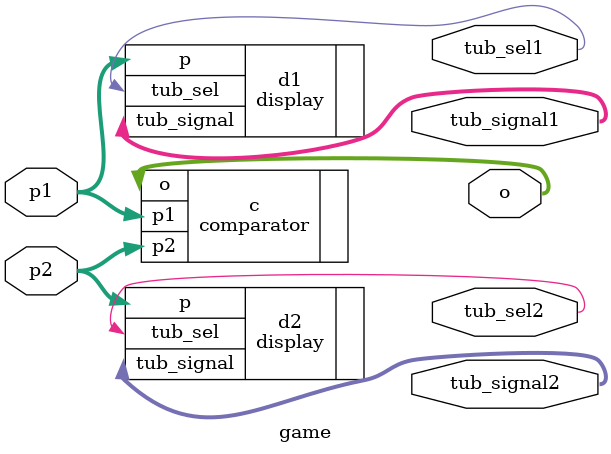
<source format=v>
`timescale 1ns / 1ps


module game(
input [1:0] p1, p2,
output [3:0] o,
output tub_sel1, tub_sel2,
output [7:0] tub_signal1, tub_signal2
    );
    display d1(.p(p1), .tub_sel(tub_sel1), .tub_signal(tub_signal1));
    display d2(.p(p2), .tub_sel(tub_sel2), .tub_signal(tub_signal2));
    comparator c(.p1(p1), .p2(p2), .o(o));
endmodule

</source>
